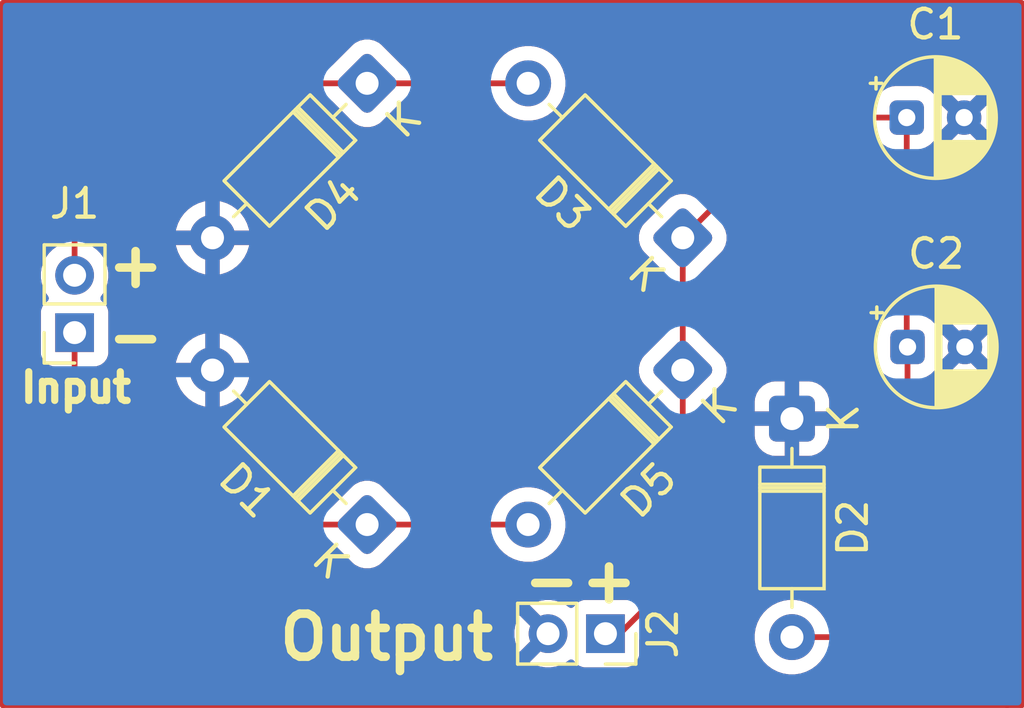
<source format=kicad_pcb>
(kicad_pcb (version 20241229) (generator "pcbnew") (generator_version "9.0")
  (layers (0 "F.Cu" signal) (2 "B.Cu" signal) (13 "F.Paste" user) (15 "B.Paste" user) (5 "F.SilkS" user "F.Silkscreen") (7 "B.SilkS" user "B.Silkscreen") (1 "F.Mask" user) (3 "B.Mask" user) (25 "Edge.Cuts" user))
  (net 0 "")
  (net 1 "Net-(D2--)")
  (net 2 "0")
  (net 3 "Net-(D1-K)")
  (net 4 "Net-(D3-A)")
  (footprint "Diode_THT:D_DO-35_SOD27_P7.62mm_Horizontal" (layer "F.Cu") (at 157.694077 101.805924 -135)
    (property "Reference" "D5" (at 3.81 -2.12 45) (layer "F.SilkS"))
    (property "Value" "1N4148")
    (fp_line (start 6.580001 0) (end 5.93 0) (stroke (width 0.12)) (layer "F.SilkS"))
    (fp_line (start 2.53 -1.12) (end 2.53 1.12) (stroke (width 0.12)) (layer "F.SilkS"))
    (fp_line (start 2.41 -1.12) (end 2.41 1.12) (stroke (width 0.12)) (layer "F.SilkS"))
    (fp_line (start 2.29 -1.12) (end 2.29 1.12) (stroke (width 0.12)) (layer "F.SilkS"))
    (fp_line (start 1.04 0) (end 1.689999 0) (stroke (width 0.12)) (layer "F.SilkS"))
    (fp_poly (pts (xy 1.69 -1.12) (xy 5.93 -1.12) (xy 5.93 1.12) (xy 1.69 1.12)) (stroke (width 0.12)) (fill no) (layer "F.SilkS"))
    (fp_text user "K" (at 0 -1.8 45) (layer "F.SilkS"))
    (pad "1" thru_hole roundrect (at 0 0 225) (size 1.6 1.6) (drill 0.8) (layers "*.Cu" "*.Mask") (roundrect_rratio 0.15625) (net 1 "Net-(D2--)"))
    (pad "2" thru_hole circle (at 7.62 0 225) (size 1.6 1.6) (drill 0.8) (layers "*.Cu" "*.Mask") (net 3 "Net-(D1-K)"))
  )
  (footprint "Diode_THT:D_DO-35_SOD27_P7.62mm_Horizontal" (layer "F.Cu") (at 157.694076 97.194076 135)
    (property "Reference" "D3" (at 3.81 -2.12 135) (layer "F.SilkS"))
    (property "Value" "1N4148")
    (fp_line (start 6.580001 0) (end 5.93 0) (stroke (width 0.12)) (layer "F.SilkS"))
    (fp_line (start 2.53 -1.12) (end 2.53 1.12) (stroke (width 0.12)) (layer "F.SilkS"))
    (fp_line (start 2.41 -1.12) (end 2.41 1.12) (stroke (width 0.12)) (layer "F.SilkS"))
    (fp_line (start 2.29 -1.12) (end 2.29 1.12) (stroke (width 0.12)) (layer "F.SilkS"))
    (fp_line (start 1.04 0) (end 1.689999 0) (stroke (width 0.12)) (layer "F.SilkS"))
    (fp_poly (pts (xy 1.69 -1.12) (xy 5.93 -1.12) (xy 5.93 1.12) (xy 1.69 1.12)) (stroke (width 0.12)) (fill no) (layer "F.SilkS"))
    (fp_text user "K" (at 0 -1.8 135) (layer "F.SilkS"))
    (pad "1" thru_hole roundrect (at 0 0 135) (size 1.6 1.6) (drill 0.8) (layers "*.Cu" "*.Mask") (roundrect_rratio 0.15625) (net 1 "Net-(D2--)"))
    (pad "2" thru_hole circle (at 7.62 0 135) (size 1.6 1.6) (drill 0.8) (layers "*.Cu" "*.Mask") (net 4 "Net-(D3-A)"))
  )
  (footprint "Diode_THT:D_DO-35_SOD27_P7.62mm_Horizontal" (layer "F.Cu") (at 161.5 103.5 -90)
    (property "Reference" "D2" (at 3.81 -2.12 90) (layer "F.SilkS"))
    (property "Value" "D")
    (fp_line (start 1.04 0) (end 1.689999 0) (stroke (width 0.12)) (layer "F.SilkS"))
    (fp_line (start 6.580001 0) (end 5.93 0) (stroke (width 0.12)) (layer "F.SilkS"))
    (fp_line (start 2.29 -1.12) (end 2.29 1.12) (stroke (width 0.12)) (layer "F.SilkS"))
    (fp_line (start 2.41 -1.12) (end 2.41 1.12) (stroke (width 0.12)) (layer "F.SilkS"))
    (fp_line (start 2.53 -1.12) (end 2.53 1.12) (stroke (width 0.12)) (layer "F.SilkS"))
    (fp_poly (pts (xy 1.69 -1.12) (xy 5.93 -1.12) (xy 5.93 1.12) (xy 1.69 1.12)) (stroke (width 0.12)) (fill no) (layer "F.SilkS"))
    (fp_text user "K" (at 0 -1.8 90) (layer "F.SilkS"))
    (pad "1" thru_hole roundrect (at 0 0 270) (size 1.6 1.6) (drill 0.8) (layers "*.Cu" "*.Mask") (roundrect_rratio 0.15625) (net 2 "0"))
    (pad "2" thru_hole circle (at 7.62 0 270) (size 1.6 1.6) (drill 0.8) (layers "*.Cu" "*.Mask") (net 1 "Net-(D2--)"))
  )
  (footprint "Connector_PinSocket_2.00mm:PinSocket_1x02_P2.00mm_Vertical" (layer "F.Cu") (at 155 111 -90)
    (property "Reference" "J2" (at 0 -2 90) (layer "F.SilkS"))
    (property "Value" "Conn_01x02_Socket")
    (fp_line (start -1.06 3.06) (end 1.06 3.06) (stroke (width 0.12)) (layer "F.SilkS"))
    (fp_line (start -1.06 1) (end -1.06 3.06) (stroke (width 0.12)) (layer "F.SilkS"))
    (fp_line (start -1.06 1) (end 1.06 1) (stroke (width 0.12)) (layer "F.SilkS"))
    (fp_line (start 1.06 1) (end 1.06 3.06) (stroke (width 0.12)) (layer "F.SilkS"))
    (fp_line (start 0 -1.06) (end 1.06 -1.06) (stroke (width 0.12)) (layer "F.SilkS"))
    (fp_line (start 1.06 -1.06) (end 1.06 0) (stroke (width 0.12)) (layer "F.SilkS"))
    (pad "1" thru_hole rect (at 0 0 270) (size 1.35 1.35) (drill 0.8) (layers "*.Cu" "*.Mask") (net 1 "Net-(D2--)"))
    (pad "2" thru_hole circle (at 0 2.000001 270) (size 1.35 1.35) (drill 0.8) (layers "*.Cu" "*.Mask") (net 2 "0"))
  )
  (footprint "Capacitor_THT:CP_Radial_D4.0mm_P2.00mm" (layer "F.Cu") (at 165.499999 93)
    (property "Reference" "C1" (at 1 -3.25 0) (layer "F.SilkS"))
    (property "Value" "10µF")
    (fp_line (start -1.269801 -1.195001) (end -0.869801 -1.195) (stroke (width 0.12)) (layer "F.SilkS"))
    (fp_line (start -1.069802 -1.395) (end -1.069801 -0.995) (stroke (width 0.12)) (layer "F.SilkS"))
    (fp_line (start 1 -2.08) (end 1 2.08) (stroke (width 0.12)) (layer "F.SilkS"))
    (fp_line (start 1.04 -2.08) (end 1.04 2.08) (stroke (width 0.12)) (layer "F.SilkS"))
    (fp_line (start 1.08 -2.078) (end 1.08 2.078) (stroke (width 0.12)) (layer "F.SilkS"))
    (fp_line (start 1.12 -2.077) (end 1.12 2.077) (stroke (width 0.12)) (layer "F.SilkS"))
    (fp_line (start 1.159999 -2.074) (end 1.159999 2.074) (stroke (width 0.12)) (layer "F.SilkS"))
    (fp_line (start 1.2 -2.071) (end 1.2 -0.84) (stroke (width 0.12)) (layer "F.SilkS"))
    (fp_line (start 1.2 0.84) (end 1.2 2.071) (stroke (width 0.12)) (layer "F.SilkS"))
    (fp_line (start 1.24 -2.066) (end 1.24 -0.84) (stroke (width 0.12)) (layer "F.SilkS"))
    (fp_line (start 1.24 0.84) (end 1.24 2.066) (stroke (width 0.12)) (layer "F.SilkS"))
    (fp_line (start 1.28 -2.061) (end 1.28 -0.84) (stroke (width 0.12)) (layer "F.SilkS"))
    (fp_line (start 1.28 0.84) (end 1.28 2.061) (stroke (width 0.12)) (layer "F.SilkS"))
    (fp_line (start 1.319999 -2.056) (end 1.32 -0.84) (stroke (width 0.12)) (layer "F.SilkS"))
    (fp_line (start 1.32 0.84) (end 1.319999 2.056) (stroke (width 0.12)) (layer "F.SilkS"))
    (fp_line (start 1.36 -2.049) (end 1.36 -0.84) (stroke (width 0.12)) (layer "F.SilkS"))
    (fp_line (start 1.36 0.84) (end 1.36 2.049) (stroke (width 0.12)) (layer "F.SilkS"))
    (fp_line (start 1.4 -2.042001) (end 1.4 -0.84) (stroke (width 0.12)) (layer "F.SilkS"))
    (fp_line (start 1.4 0.84) (end 1.4 2.042001) (stroke (width 0.12)) (layer "F.SilkS"))
    (fp_line (start 1.44 -2.034) (end 1.44 -0.84) (stroke (width 0.12)) (layer "F.SilkS"))
    (fp_line (start 1.44 0.84) (end 1.44 2.034) (stroke (width 0.12)) (layer "F.SilkS"))
    (fp_line (start 1.48 -2.025) (end 1.48 -0.84) (stroke (width 0.12)) (layer "F.SilkS"))
    (fp_line (start 1.48 0.84) (end 1.48 2.025) (stroke (width 0.12)) (layer "F.SilkS"))
    (fp_line (start 1.52 -2.015) (end 1.52 -0.84) (stroke (width 0.12)) (layer "F.SilkS"))
    (fp_line (start 1.52 0.84) (end 1.52 2.015) (stroke (width 0.12)) (layer "F.SilkS"))
    (fp_line (start 1.56 -2.005001) (end 1.56 -0.84) (stroke (width 0.12)) (layer "F.SilkS"))
    (fp_line (start 1.56 0.84) (end 1.56 2.005001) (stroke (width 0.12)) (layer "F.SilkS"))
    (fp_line (start 1.6 -1.993) (end 1.6 -0.84) (stroke (width 0.12)) (layer "F.SilkS"))
    (fp_line (start 1.6 0.84) (end 1.6 1.993) (stroke (width 0.12)) (layer "F.SilkS"))
    (fp_line (start 1.64 0.84) (end 1.640001 1.981) (stroke (width 0.12)) (layer "F.SilkS"))
    (fp_line (start 1.640001 -1.981) (end 1.64 -0.84) (stroke (width 0.12)) (layer "F.SilkS"))
    (fp_line (start 1.68 -1.968001) (end 1.68 -0.84) (stroke (width 0.12)) (layer "F.SilkS"))
    (fp_line (start 1.68 0.84) (end 1.68 1.968001) (stroke (width 0.12)) (layer "F.SilkS"))
    (fp_line (start 1.72 -1.954) (end 1.72 -0.84) (stroke (width 0.12)) (layer "F.SilkS"))
    (fp_line (start 1.72 0.84) (end 1.72 1.954) (stroke (width 0.12)) (layer "F.SilkS"))
    (fp_line (start 1.76 -1.939) (end 1.76 -0.84) (stroke (width 0.12)) (layer "F.SilkS"))
    (fp_line (start 1.76 0.84) (end 1.76 1.939) (stroke (width 0.12)) (layer "F.SilkS"))
    (fp_line (start 1.8 -1.923) (end 1.8 -0.84) (stroke (width 0.12)) (layer "F.SilkS"))
    (fp_line (start 1.8 0.84) (end 1.8 1.923) (stroke (width 0.12)) (layer "F.SilkS"))
    (fp_line (start 1.84 -1.906) (end 1.84 -0.84) (stroke (width 0.12)) (layer "F.SilkS"))
    (fp_line (start 1.84 0.84) (end 1.84 1.906) (stroke (width 0.12)) (layer "F.SilkS"))
    (fp_line (start 1.88 -1.889) (end 1.88 -0.84) (stroke (width 0.12)) (layer "F.SilkS"))
    (fp_line (start 1.88 0.84) (end 1.88 1.889) (stroke (width 0.12)) (layer "F.SilkS"))
    (fp_line (start 1.92 -1.87) (end 1.92 -0.84) (stroke (width 0.12)) (layer "F.SilkS"))
    (fp_line (start 1.92 0.84) (end 1.92 1.87) (stroke (width 0.12)) (layer "F.SilkS"))
    (fp_line (start 1.96 -1.85) (end 1.96 -0.84) (stroke (width 0.12)) (layer "F.SilkS"))
    (fp_line (start 1.96 0.84) (end 1.96 1.85) (stroke (width 0.12)) (layer "F.SilkS"))
    (fp_line (start 2 -1.829) (end 2 -0.84) (stroke (width 0.12)) (layer "F.SilkS"))
    (fp_line (start 2 0.84) (end 2 1.829) (stroke (width 0.12)) (layer "F.SilkS"))
    (fp_line (start 2.04 -1.807) (end 2.04 -0.84) (stroke (width 0.12)) (layer "F.SilkS"))
    (fp_line (start 2.04 0.84) (end 2.04 1.807) (stroke (width 0.12)) (layer "F.SilkS"))
    (fp_line (start 2.08 0.84) (end 2.080001 1.784) (stroke (width 0.12)) (layer "F.SilkS"))
    (fp_line (start 2.080001 -1.784) (end 2.08 -0.84) (stroke (width 0.12)) (layer "F.SilkS"))
    (fp_line (start 2.119999 -1.76) (end 2.12 -0.84) (stroke (width 0.12)) (layer "F.SilkS"))
    (fp_line (start 2.12 0.84) (end 2.119999 1.76) (stroke (width 0.12)) (layer "F.SilkS"))
    (fp_line (start 2.16 -1.734) (end 2.16 -0.84) (stroke (width 0.12)) (layer "F.SilkS"))
    (fp_line (start 2.16 0.84) (end 2.16 1.734) (stroke (width 0.12)) (layer "F.SilkS"))
    (fp_line (start 2.2 -1.707999) (end 2.2 -0.84) (stroke (width 0.12)) (layer "F.SilkS"))
    (fp_line (start 2.2 0.84) (end 2.2 1.707999) (stroke (width 0.12)) (layer "F.SilkS"))
    (fp_line (start 2.24 -1.68) (end 2.24 -0.84) (stroke (width 0.12)) (layer "F.SilkS"))
    (fp_line (start 2.24 0.84) (end 2.24 1.68) (stroke (width 0.12)) (layer "F.SilkS"))
    (fp_line (start 2.28 -1.65) (end 2.28 -0.84) (stroke (width 0.12)) (layer "F.SilkS"))
    (fp_line (start 2.28 0.84) (end 2.28 1.65) (stroke (width 0.12)) (layer "F.SilkS"))
    (fp_line (start 2.32 -1.619) (end 2.32 -0.84) (stroke (width 0.12)) (layer "F.SilkS"))
    (fp_line (start 2.32 0.84) (end 2.32 1.619) (stroke (width 0.12)) (layer "F.SilkS"))
    (fp_line (start 2.36 -1.585999) (end 2.36 -0.84) (stroke (width 0.12)) (layer "F.SilkS"))
    (fp_line (start 2.36 0.84) (end 2.36 1.585999) (stroke (width 0.12)) (layer "F.SilkS"))
    (fp_line (start 2.4 -1.552) (end 2.4 -0.84) (stroke (width 0.12)) (layer "F.SilkS"))
    (fp_line (start 2.4 0.84) (end 2.4 1.552) (stroke (width 0.12)) (layer "F.SilkS"))
    (fp_line (start 2.44 -1.515999) (end 2.44 -0.84) (stroke (width 0.12)) (layer "F.SilkS"))
    (fp_line (start 2.44 0.84) (end 2.44 1.515999) (stroke (width 0.12)) (layer "F.SilkS"))
    (fp_line (start 2.48 -1.478) (end 2.48 -0.84) (stroke (width 0.12)) (layer "F.SilkS"))
    (fp_line (start 2.48 0.84) (end 2.48 1.478) (stroke (width 0.12)) (layer "F.SilkS"))
    (fp_line (start 2.52 0.84) (end 2.520001 1.438) (stroke (width 0.12)) (layer "F.SilkS"))
    (fp_line (start 2.520001 -1.438) (end 2.52 -0.84) (stroke (width 0.12)) (layer "F.SilkS"))
    (fp_line (start 2.559999 -1.396) (end 2.56 -0.84) (stroke (width 0.12)) (layer "F.SilkS"))
    (fp_line (start 2.56 0.84) (end 2.559999 1.396) (stroke (width 0.12)) (layer "F.SilkS"))
    (fp_line (start 2.6 -1.351) (end 2.6 -0.84) (stroke (width 0.12)) (layer "F.SilkS"))
    (fp_line (start 2.6 0.84) (end 2.6 1.351) (stroke (width 0.12)) (layer "F.SilkS"))
    (fp_line (start 2.64 -1.303) (end 2.64 -0.84) (stroke (width 0.12)) (layer "F.SilkS"))
    (fp_line (start 2.64 0.84) (end 2.64 1.303) (stroke (width 0.12)) (layer "F.SilkS"))
    (fp_line (start 2.68 -1.253) (end 2.68 -0.84) (stroke (width 0.12)) (layer "F.SilkS"))
    (fp_line (start 2.68 0.84) (end 2.68 1.253) (stroke (width 0.12)) (layer "F.SilkS"))
    (fp_line (start 2.719999 -1.199) (end 2.72 -0.84) (stroke (width 0.12)) (layer "F.SilkS"))
    (fp_line (start 2.72 0.84) (end 2.719999 1.199) (stroke (width 0.12)) (layer "F.SilkS"))
    (fp_line (start 2.76 -1.142) (end 2.76 -0.84) (stroke (width 0.12)) (layer "F.SilkS"))
    (fp_line (start 2.76 0.84) (end 2.76 1.142) (stroke (width 0.12)) (layer "F.SilkS"))
    (fp_line (start 2.8 -1.08) (end 2.8 -0.84) (stroke (width 0.12)) (layer "F.SilkS"))
    (fp_line (start 2.8 0.84) (end 2.8 1.08) (stroke (width 0.12)) (layer "F.SilkS"))
    (fp_line (start 2.84 -1.013) (end 2.84 1.013) (stroke (width 0.12)) (layer "F.SilkS"))
    (fp_line (start 2.88 -0.94) (end 2.88 0.94) (stroke (width 0.12)) (layer "F.SilkS"))
    (fp_line (start 2.92 -0.859) (end 2.92 0.859) (stroke (width 0.12)) (layer "F.SilkS"))
    (fp_line (start 2.96 -0.768) (end 2.96 0.768) (stroke (width 0.12)) (layer "F.SilkS"))
    (fp_line (start 3 -0.663) (end 3 0.663) (stroke (width 0.12)) (layer "F.SilkS"))
    (fp_line (start 3.04 -0.537) (end 3.04 0.537) (stroke (width 0.12)) (layer "F.SilkS"))
    (fp_line (start 3.079999 -0.37) (end 3.079999 0.37) (stroke (width 0.12)) (layer "F.SilkS"))
    (fp_circle (center 1 0) (end 3.12 0) (stroke (width 0.12)) (fill no) (layer "F.SilkS"))
    (pad "1" thru_hole roundrect (at 0 0) (size 1.2 1.2) (drill 0.6) (layers "*.Cu" "*.Mask") (roundrect_rratio 0.208333) (net 1 "Net-(D2--)"))
    (pad "2" thru_hole circle (at 2.000001 0) (size 1.2 1.2) (drill 0.6) (layers "*.Cu" "*.Mask") (net 2 "0"))
  )
  (footprint "Diode_THT:D_DO-35_SOD27_P7.62mm_Horizontal" (layer "F.Cu") (at 146.694077 107.194077 135)
    (property "Reference" "D1" (at 3.81 -2.12 135) (layer "F.SilkS"))
    (property "Value" "1N4148")
    (fp_line (start 6.580001 0) (end 5.93 0) (stroke (width 0.12)) (layer "F.SilkS"))
    (fp_line (start 2.53 -1.12) (end 2.53 1.12) (stroke (width 0.12)) (layer "F.SilkS"))
    (fp_line (start 2.41 -1.12) (end 2.41 1.12) (stroke (width 0.12)) (layer "F.SilkS"))
    (fp_line (start 2.29 -1.12) (end 2.29 1.12) (stroke (width 0.12)) (layer "F.SilkS"))
    (fp_line (start 1.04 0) (end 1.689999 0) (stroke (width 0.12)) (layer "F.SilkS"))
    (fp_poly (pts (xy 1.69 -1.12) (xy 5.93 -1.12) (xy 5.93 1.12) (xy 1.69 1.12)) (stroke (width 0.12)) (fill no) (layer "F.SilkS"))
    (fp_text user "K" (at 0 -1.8 135) (layer "F.SilkS"))
    (pad "1" thru_hole roundrect (at 0 0 135) (size 1.6 1.6) (drill 0.8) (layers "*.Cu" "*.Mask") (roundrect_rratio 0.15625) (net 3 "Net-(D1-K)"))
    (pad "2" thru_hole circle (at 7.62 0 135) (size 1.6 1.6) (drill 0.8) (layers "*.Cu" "*.Mask") (net 2 "0"))
  )
  (footprint "Connector_PinSocket_2.00mm:PinSocket_1x02_P2.00mm_Vertical" (layer "F.Cu") (at 136.5 100.5 180)
    (property "Reference" "J1" (at 0 4.5 0) (layer "F.SilkS"))
    (property "Value" "Conn_01x02_Socket")
    (fp_line (start 1.06 1) (end 1.06 3.06) (stroke (width 0.12)) (layer "F.SilkS"))
    (fp_line (start 1.06 -1.06) (end 1.06 0) (stroke (width 0.12)) (layer "F.SilkS"))
    (fp_line (start 0 -1.06) (end 1.06 -1.06) (stroke (width 0.12)) (layer "F.SilkS"))
    (fp_line (start -1.06 3.06) (end 1.06 3.06) (stroke (width 0.12)) (layer "F.SilkS"))
    (fp_line (start -1.06 1) (end 1.06 1) (stroke (width 0.12)) (layer "F.SilkS"))
    (fp_line (start -1.06 1) (end -1.06 3.06) (stroke (width 0.12)) (layer "F.SilkS"))
    (pad "1" thru_hole rect (at 0 0 180) (size 1.35 1.35) (drill 0.8) (layers "*.Cu" "*.Mask") (net 3 "Net-(D1-K)"))
    (pad "2" thru_hole circle (at 0 2.000001 180) (size 1.35 1.35) (drill 0.8) (layers "*.Cu" "*.Mask") (net 4 "Net-(D3-A)"))
  )
  (footprint "Diode_THT:D_DO-35_SOD27_P7.62mm_Horizontal" (layer "F.Cu") (at 146.694077 91.805924 -135)
    (property "Reference" "D4" (at 3.81 -2.12 45) (layer "F.SilkS"))
    (property "Value" "1N4148")
    (fp_line (start 6.580001 0) (end 5.93 0) (stroke (width 0.12)) (layer "F.SilkS"))
    (fp_line (start 2.53 -1.12) (end 2.53 1.12) (stroke (width 0.12)) (layer "F.SilkS"))
    (fp_line (start 2.41 -1.12) (end 2.41 1.12) (stroke (width 0.12)) (layer "F.SilkS"))
    (fp_line (start 2.29 -1.12) (end 2.29 1.12) (stroke (width 0.12)) (layer "F.SilkS"))
    (fp_line (start 1.04 0) (end 1.689999 0) (stroke (width 0.12)) (layer "F.SilkS"))
    (fp_poly (pts (xy 1.69 -1.12) (xy 5.93 -1.12) (xy 5.93 1.12) (xy 1.69 1.12)) (stroke (width 0.12)) (fill no) (layer "F.SilkS"))
    (fp_text user "K" (at 0 -1.8 45) (layer "F.SilkS"))
    (pad "1" thru_hole roundrect (at 0 0 225) (size 1.6 1.6) (drill 0.8) (layers "*.Cu" "*.Mask") (roundrect_rratio 0.15625) (net 4 "Net-(D3-A)"))
    (pad "2" thru_hole circle (at 7.62 0 225) (size 1.6 1.6) (drill 0.8) (layers "*.Cu" "*.Mask") (net 2 "0"))
  )
  (footprint "Capacitor_THT:CP_Radial_D4.0mm_P2.00mm" (layer "F.Cu") (at 165.527401 101)
    (property "Reference" "C2" (at 1 -3.25 0) (layer "F.SilkS"))
    (property "Value" "10µF")
    (fp_line (start -1.269801 -1.195001) (end -0.869801 -1.195) (stroke (width 0.12)) (layer "F.SilkS"))
    (fp_line (start -1.069802 -1.395) (end -1.069801 -0.995) (stroke (width 0.12)) (layer "F.SilkS"))
    (fp_line (start 1 -2.08) (end 1 2.08) (stroke (width 0.12)) (layer "F.SilkS"))
    (fp_line (start 1.04 -2.08) (end 1.04 2.08) (stroke (width 0.12)) (layer "F.SilkS"))
    (fp_line (start 1.08 -2.078) (end 1.08 2.078) (stroke (width 0.12)) (layer "F.SilkS"))
    (fp_line (start 1.12 -2.077) (end 1.12 2.077) (stroke (width 0.12)) (layer "F.SilkS"))
    (fp_line (start 1.159999 -2.074) (end 1.159999 2.074) (stroke (width 0.12)) (layer "F.SilkS"))
    (fp_line (start 1.2 -2.071) (end 1.2 -0.84) (stroke (width 0.12)) (layer "F.SilkS"))
    (fp_line (start 1.2 0.84) (end 1.2 2.071) (stroke (width 0.12)) (layer "F.SilkS"))
    (fp_line (start 1.24 -2.066) (end 1.24 -0.84) (stroke (width 0.12)) (layer "F.SilkS"))
    (fp_line (start 1.24 0.84) (end 1.24 2.066) (stroke (width 0.12)) (layer "F.SilkS"))
    (fp_line (start 1.28 -2.061) (end 1.28 -0.84) (stroke (width 0.12)) (layer "F.SilkS"))
    (fp_line (start 1.28 0.84) (end 1.28 2.061) (stroke (width 0.12)) (layer "F.SilkS"))
    (fp_line (start 1.319999 -2.056) (end 1.32 -0.84) (stroke (width 0.12)) (layer "F.SilkS"))
    (fp_line (start 1.32 0.84) (end 1.319999 2.056) (stroke (width 0.12)) (layer "F.SilkS"))
    (fp_line (start 1.36 -2.049) (end 1.36 -0.84) (stroke (width 0.12)) (layer "F.SilkS"))
    (fp_line (start 1.36 0.84) (end 1.36 2.049) (stroke (width 0.12)) (layer "F.SilkS"))
    (fp_line (start 1.4 -2.042001) (end 1.4 -0.84) (stroke (width 0.12)) (layer "F.SilkS"))
    (fp_line (start 1.4 0.84) (end 1.4 2.042001) (stroke (width 0.12)) (layer "F.SilkS"))
    (fp_line (start 1.44 -2.034) (end 1.44 -0.84) (stroke (width 0.12)) (layer "F.SilkS"))
    (fp_line (start 1.44 0.84) (end 1.44 2.034) (stroke (width 0.12)) (layer "F.SilkS"))
    (fp_line (start 1.48 -2.025) (end 1.48 -0.84) (stroke (width 0.12)) (layer "F.SilkS"))
    (fp_line (start 1.48 0.84) (end 1.48 2.025) (stroke (width 0.12)) (layer "F.SilkS"))
    (fp_line (start 1.52 -2.015) (end 1.52 -0.84) (stroke (width 0.12)) (layer "F.SilkS"))
    (fp_line (start 1.52 0.84) (end 1.52 2.015) (stroke (width 0.12)) (layer "F.SilkS"))
    (fp_line (start 1.56 -2.005001) (end 1.56 -0.84) (stroke (width 0.12)) (layer "F.SilkS"))
    (fp_line (start 1.56 0.84) (end 1.56 2.005001) (stroke (width 0.12)) (layer "F.SilkS"))
    (fp_line (start 1.6 -1.993) (end 1.6 -0.84) (stroke (width 0.12)) (layer "F.SilkS"))
    (fp_line (start 1.6 0.84) (end 1.6 1.993) (stroke (width 0.12)) (layer "F.SilkS"))
    (fp_line (start 1.64 0.84) (end 1.640001 1.981) (stroke (width 0.12)) (layer "F.SilkS"))
    (fp_line (start 1.640001 -1.981) (end 1.64 -0.84) (stroke (width 0.12)) (layer "F.SilkS"))
    (fp_line (start 1.68 -1.968001) (end 1.68 -0.84) (stroke (width 0.12)) (layer "F.SilkS"))
    (fp_line (start 1.68 0.84) (end 1.68 1.968001) (stroke (width 0.12)) (layer "F.SilkS"))
    (fp_line (start 1.72 -1.954) (end 1.72 -0.84) (stroke (width 0.12)) (layer "F.SilkS"))
    (fp_line (start 1.72 0.84) (end 1.72 1.954) (stroke (width 0.12)) (layer "F.SilkS"))
    (fp_line (start 1.76 -1.939) (end 1.76 -0.84) (stroke (width 0.12)) (layer "F.SilkS"))
    (fp_line (start 1.76 0.84) (end 1.76 1.939) (stroke (width 0.12)) (layer "F.SilkS"))
    (fp_line (start 1.8 -1.923) (end 1.8 -0.84) (stroke (width 0.12)) (layer "F.SilkS"))
    (fp_line (start 1.8 0.84) (end 1.8 1.923) (stroke (width 0.12)) (layer "F.SilkS"))
    (fp_line (start 1.84 -1.906) (end 1.84 -0.84) (stroke (width 0.12)) (layer "F.SilkS"))
    (fp_line (start 1.84 0.84) (end 1.84 1.906) (stroke (width 0.12)) (layer "F.SilkS"))
    (fp_line (start 1.88 -1.889) (end 1.88 -0.84) (stroke (width 0.12)) (layer "F.SilkS"))
    (fp_line (start 1.88 0.84) (end 1.88 1.889) (stroke (width 0.12)) (layer "F.SilkS"))
    (fp_line (start 1.92 -1.87) (end 1.92 -0.84) (stroke (width 0.12)) (layer "F.SilkS"))
    (fp_line (start 1.92 0.84) (end 1.92 1.87) (stroke (width 0.12)) (layer "F.SilkS"))
    (fp_line (start 1.96 -1.85) (end 1.96 -0.84) (stroke (width 0.12)) (layer "F.SilkS"))
    (fp_line (start 1.96 0.84) (end 1.96 1.85) (stroke (width 0.12)) (layer "F.SilkS"))
    (fp_line (start 2 -1.829) (end 2 -0.84) (stroke (width 0.12)) (layer "F.SilkS"))
    (fp_line (start 2 0.84) (end 2 1.829) (stroke (width 0.12)) (layer "F.SilkS"))
    (fp_line (start 2.04 -1.807) (end 2.04 -0.84) (stroke (width 0.12)) (layer "F.SilkS"))
    (fp_line (start 2.04 0.84) (end 2.04 1.807) (stroke (width 0.12)) (layer "F.SilkS"))
    (fp_line (start 2.08 0.84) (end 2.080001 1.784) (stroke (width 0.12)) (layer "F.SilkS"))
    (fp_line (start 2.080001 -1.784) (end 2.08 -0.84) (stroke (width 0.12)) (layer "F.SilkS"))
    (fp_line (start 2.119999 -1.76) (end 2.12 -0.84) (stroke (width 0.12)) (layer "F.SilkS"))
    (fp_line (start 2.12 0.84) (end 2.119999 1.76) (stroke (width 0.12)) (layer "F.SilkS"))
    (fp_line (start 2.16 -1.734) (end 2.16 -0.84) (stroke (width 0.12)) (layer "F.SilkS"))
    (fp_line (start 2.16 0.84) (end 2.16 1.734) (stroke (width 0.12)) (layer "F.SilkS"))
    (fp_line (start 2.2 -1.707999) (end 2.2 -0.84) (stroke (width 0.12)) (layer "F.SilkS"))
    (fp_line (start 2.2 0.84) (end 2.2 1.707999) (stroke (width 0.12)) (layer "F.SilkS"))
    (fp_line (start 2.24 -1.68) (end 2.24 -0.84) (stroke (width 0.12)) (layer "F.SilkS"))
    (fp_line (start 2.24 0.84) (end 2.24 1.68) (stroke (width 0.12)) (layer "F.SilkS"))
    (fp_line (start 2.28 -1.65) (end 2.28 -0.84) (stroke (width 0.12)) (layer "F.SilkS"))
    (fp_line (start 2.28 0.84) (end 2.28 1.65) (stroke (width 0.12)) (layer "F.SilkS"))
    (fp_line (start 2.32 -1.619) (end 2.32 -0.84) (stroke (width 0.12)) (layer "F.SilkS"))
    (fp_line (start 2.32 0.84) (end 2.32 1.619) (stroke (width 0.12)) (layer "F.SilkS"))
    (fp_line (start 2.36 -1.585999) (end 2.36 -0.84) (stroke (width 0.12)) (layer "F.SilkS"))
    (fp_line (start 2.36 0.84) (end 2.36 1.585999) (stroke (width 0.12)) (layer "F.SilkS"))
    (fp_line (start 2.4 -1.552) (end 2.4 -0.84) (stroke (width 0.12)) (layer "F.SilkS"))
    (fp_line (start 2.4 0.84) (end 2.4 1.552) (stroke (width 0.12)) (layer "F.SilkS"))
    (fp_line (start 2.44 -1.515999) (end 2.44 -0.84) (stroke (width 0.12)) (layer "F.SilkS"))
    (fp_line (start 2.44 0.84) (end 2.44 1.515999) (stroke (width 0.12)) (layer "F.SilkS"))
    (fp_line (start 2.48 -1.478) (end 2.48 -0.84) (stroke (width 0.12)) (layer "F.SilkS"))
    (fp_line (start 2.48 0.84) (end 2.48 1.478) (stroke (width 0.12)) (layer "F.SilkS"))
    (fp_line (start 2.52 0.84) (end 2.520001 1.438) (stroke (width 0.12)) (layer "F.SilkS"))
    (fp_line (start 2.520001 -1.438) (end 2.52 -0.84) (stroke (width 0.12)) (layer "F.SilkS"))
    (fp_line (start 2.559999 -1.396) (end 2.56 -0.84) (stroke (width 0.12)) (layer "F.SilkS"))
    (fp_line (start 2.56 0.84) (end 2.559999 1.396) (stroke (width 0.12)) (layer "F.SilkS"))
    (fp_line (start 2.6 -1.351) (end 2.6 -0.84) (stroke (width 0.12)) (layer "F.SilkS"))
    (fp_line (start 2.6 0.84) (end 2.6 1.351) (stroke (width 0.12)) (layer "F.SilkS"))
    (fp_line (start 2.64 -1.303) (end 2.64 -0.84) (stroke (width 0.12)) (layer "F.SilkS"))
    (fp_line (start 2.64 0.84) (end 2.64 1.303) (stroke (width 0.12)) (layer "F.SilkS"))
    (fp_line (start 2.68 -1.253) (end 2.68 -0.84) (stroke (width 0.12)) (layer "F.SilkS"))
    (fp_line (start 2.68 0.84) (end 2.68 1.253) (stroke (width 0.12)) (layer "F.SilkS"))
    (fp_line (start 2.719999 -1.199) (end 2.72 -0.84) (stroke (width 0.12)) (layer "F.SilkS"))
    (fp_line (start 2.72 0.84) (end 2.719999 1.199) (stroke (width 0.12)) (layer "F.SilkS"))
    (fp_line (start 2.76 -1.142) (end 2.76 -0.84) (stroke (width 0.12)) (layer "F.SilkS"))
    (fp_line (start 2.76 0.84) (end 2.76 1.142) (stroke (width 0.12)) (layer "F.SilkS"))
    (fp_line (start 2.8 -1.08) (end 2.8 -0.84) (stroke (width 0.12)) (layer "F.SilkS"))
    (fp_line (start 2.8 0.84) (end 2.8 1.08) (stroke (width 0.12)) (layer "F.SilkS"))
    (fp_line (start 2.84 -1.013) (end 2.84 1.013) (stroke (width 0.12)) (layer "F.SilkS"))
    (fp_line (start 2.88 -0.94) (end 2.88 0.94) (stroke (width 0.12)) (layer "F.SilkS"))
    (fp_line (start 2.92 -0.859) (end 2.92 0.859) (stroke (width 0.12)) (layer "F.SilkS"))
    (fp_line (start 2.96 -0.768) (end 2.96 0.768) (stroke (width 0.12)) (layer "F.SilkS"))
    (fp_line (start 3 -0.663) (end 3 0.663) (stroke (width 0.12)) (layer "F.SilkS"))
    (fp_line (start 3.04 -0.537) (end 3.04 0.537) (stroke (width 0.12)) (layer "F.SilkS"))
    (fp_line (start 3.079999 -0.37) (end 3.079999 0.37) (stroke (width 0.12)) (layer "F.SilkS"))
    (fp_circle (center 1 0) (end 3.12 0) (stroke (width 0.12)) (fill no) (layer "F.SilkS"))
    (pad "1" thru_hole roundrect (at 0 0) (size 1.2 1.2) (drill 0.6) (layers "*.Cu" "*.Mask") (roundrect_rratio 0.208333) (net 1 "Net-(D2--)"))
    (pad "2" thru_hole circle (at 2.000001 0) (size 1.2 1.2) (drill 0.6) (layers "*.Cu" "*.Mask") (net 2 "0"))
  )
  (gr_line (start 169.5 113.5) (end 169.5 89) (stroke (width 0.2)) (layer "F.Cu"))
  (gr_line (start 134 89) (end 134 112.5) (stroke (width 0.2)) (layer "F.Cu"))
  (gr_line (start 134 113.5) (end 169 113.5) (stroke (width 0.2)) (layer "F.Cu"))
  (gr_line (start 169 113.5) (end 169.5 113.5) (stroke (width 0.2)) (layer "F.Cu"))
  (gr_line (start 134 112.5) (end 134 113.5) (stroke (width 0.2)) (layer "F.Cu"))
  (gr_line (start 169.5 89) (end 134 89) (stroke (width 0.2)) (layer "F.Cu"))
  (gr_text "+" (at 137.5 99 0) (layer "F.SilkS") (effects (font (size 1.5 1.5) (thickness 0.3) (bold yes)) (justify left bottom)))
  (gr_text "Output" (at 143.5 112 0) (layer "F.SilkS") (effects (font (size 1.5 1.5) (thickness 0.3) (bold yes)) (justify left bottom)))
  (gr_text "+" (at 154 110 0) (layer "F.SilkS") (effects (font (size 1.5 1.5) (thickness 0.3) (bold yes)) (justify left bottom)))
  (gr_text "Input" (at 134.5 103 0) (layer "F.SilkS") (effects (font (size 1 1) (thickness 0.25) (bold yes)) (justify left bottom)))
  (gr_text "-" (at 152 110 0) (layer "F.SilkS") (effects (font (size 1.5 1.5) (thickness 0.3) (bold yes)) (justify left bottom)))
  (gr_text "-" (at 137.5 101.5 0) (layer "F.SilkS") (effects (font (size 1.5 1.5) (thickness 0.3) (bold yes)) (justify left bottom)))
  (segment (start 155.5 111) (end 155 111) (width 0.2) (layer "F.Cu") (net 1))
  (segment (start 161.5 111.12) (end 163.38 111.12) (width 0.2) (layer "F.Cu") (net 1))
  (segment (start 165.499999 93) (end 165.499999 100.972598) (width 0.2) (layer "F.Cu") (net 1))
  (segment (start 161.888152 93) (end 157.694076 97.194076) (width 0.2) (layer "F.Cu") (net 1))
  (segment (start 157.694077 101.805924) (end 157.694077 108.805923) (width 0.2) (layer "F.Cu") (net 1))
  (segment (start 165.499999 100.972598) (end 165.527401 101) (width 0.2) (layer "F.Cu") (net 1))
  (segment (start 163.38 111.12) (end 165.527401 108.972599) (width 0.2) (layer "F.Cu") (net 1))
  (segment (start 165.527401 108.972599) (end 165.527401 101) (width 0.2) (layer "F.Cu") (net 1))
  (segment (start 157.694077 108.805923) (end 155.5 111) (width 0.2) (layer "F.Cu") (net 1))
  (segment (start 157.694076 97.194076) (end 157.694077 101.805924) (width 0.2) (layer "F.Cu") (net 1))
  (segment (start 165.499999 93) (end 161.888152 93) (width 0.2) (layer "F.Cu") (net 1))
  (segment (start 139.694077 107.194077) (end 136.5 104) (width 0.2) (layer "F.Cu") (net 3))
  (segment (start 152.305923 107.194078) (end 146.694077 107.194077) (width 0.2) (layer "F.Cu") (net 3))
  (segment (start 146.694077 107.194077) (end 139.694077 107.194077) (width 0.2) (layer "F.Cu") (net 3))
  (segment (start 136.5 104) (end 136.5 100.5) (width 0.2) (layer "F.Cu") (net 3))
  (segment (start 139.694076 91.805924) (end 146.694077 91.805924) (width 0.2) (layer "F.Cu") (net 4))
  (segment (start 146.805924 91.805924) (end 146.805926 91.805922) (width 0.2) (layer "F.Cu") (net 4))
  (segment (start 146.805926 91.805922) (end 152.305922 91.805922) (width 0.2) (layer "F.Cu") (net 4))
  (segment (start 146.694077 91.805924) (end 146.805924 91.805924) (width 0.2) (layer "F.Cu") (net 4))
  (segment (start 136.5 98.499999) (end 136.5 95) (width 0.2) (layer "F.Cu") (net 4))
  (segment (start 136.5 95) (end 139.694076 91.805924) (width 0.2) (layer "F.Cu") (net 4))
  (zone (net 2) (net_name "0") (layers "F.Cu" "B.Cu") (connect_pads (clearance 0.5)) (min_thickness 0.25) (fill yes (thermal_gap 0.5) (thermal_bridge_width 0.5))
    (polygon (pts (xy 134 89) (xy 169.5 89) (xy 169.5 113.5) (xy 134 113.5)))
  )
)
</source>
